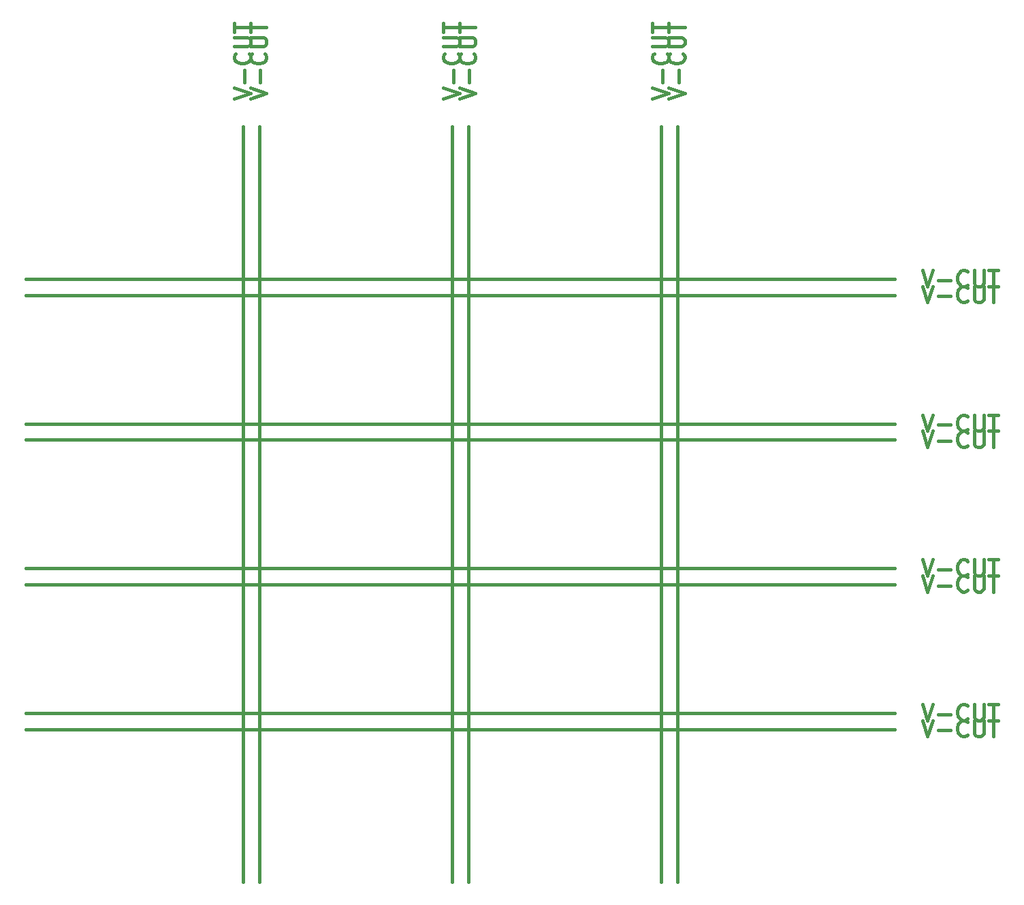
<source format=gbr>
G04 #@! TF.GenerationSoftware,KiCad,Pcbnew,(5.1.8)-1*
G04 #@! TF.CreationDate,2021-11-11T20:38:59+08:00*
G04 #@! TF.ProjectId,vibro-cloth-panelized,76696272-6f2d-4636-9c6f-74682d70616e,rev?*
G04 #@! TF.SameCoordinates,Original*
G04 #@! TF.FileFunction,Other,Comment*
%FSLAX46Y46*%
G04 Gerber Fmt 4.6, Leading zero omitted, Abs format (unit mm)*
G04 Created by KiCad (PCBNEW (5.1.8)-1) date 2021-11-11 20:38:59*
%MOMM*%
%LPD*%
G01*
G04 APERTURE LIST*
%ADD10C,0.400000*%
G04 APERTURE END LIST*
D10*
X126904761Y-43548523D02*
X128904761Y-42881857D01*
X126904761Y-42215190D01*
X128142857Y-41548523D02*
X128142857Y-40024714D01*
X128714285Y-37929476D02*
X128809523Y-38024714D01*
X128904761Y-38310428D01*
X128904761Y-38500904D01*
X128809523Y-38786619D01*
X128619047Y-38977095D01*
X128428571Y-39072333D01*
X128047619Y-39167571D01*
X127761904Y-39167571D01*
X127380952Y-39072333D01*
X127190476Y-38977095D01*
X127000000Y-38786619D01*
X126904761Y-38500904D01*
X126904761Y-38310428D01*
X127000000Y-38024714D01*
X127095238Y-37929476D01*
X126904761Y-37072333D02*
X128523809Y-37072333D01*
X128714285Y-36977095D01*
X128809523Y-36881857D01*
X128904761Y-36691380D01*
X128904761Y-36310428D01*
X128809523Y-36119952D01*
X128714285Y-36024714D01*
X128523809Y-35929476D01*
X126904761Y-35929476D01*
X126904761Y-35262809D02*
X126904761Y-34119952D01*
X128904761Y-34691380D02*
X126904761Y-34691380D01*
X128000000Y-46999000D02*
X128000000Y-141001036D01*
X124904761Y-43548523D02*
X126904761Y-42881857D01*
X124904761Y-42215190D01*
X126142857Y-41548523D02*
X126142857Y-40024714D01*
X126714285Y-37929476D02*
X126809523Y-38024714D01*
X126904761Y-38310428D01*
X126904761Y-38500904D01*
X126809523Y-38786619D01*
X126619047Y-38977095D01*
X126428571Y-39072333D01*
X126047619Y-39167571D01*
X125761904Y-39167571D01*
X125380952Y-39072333D01*
X125190476Y-38977095D01*
X125000000Y-38786619D01*
X124904761Y-38500904D01*
X124904761Y-38310428D01*
X125000000Y-38024714D01*
X125095238Y-37929476D01*
X124904761Y-37072333D02*
X126523809Y-37072333D01*
X126714285Y-36977095D01*
X126809523Y-36881857D01*
X126904761Y-36691380D01*
X126904761Y-36310428D01*
X126809523Y-36119952D01*
X126714285Y-36024714D01*
X126523809Y-35929476D01*
X124904761Y-35929476D01*
X124904761Y-35262809D02*
X124904761Y-34119952D01*
X126904761Y-34691380D02*
X124904761Y-34691380D01*
X126000000Y-46999000D02*
X126000000Y-141001036D01*
X98904761Y-43548523D02*
X100904761Y-42881857D01*
X98904761Y-42215190D01*
X100142857Y-41548523D02*
X100142857Y-40024714D01*
X100714285Y-37929476D02*
X100809523Y-38024714D01*
X100904761Y-38310428D01*
X100904761Y-38500904D01*
X100809523Y-38786619D01*
X100619047Y-38977095D01*
X100428571Y-39072333D01*
X100047619Y-39167571D01*
X99761904Y-39167571D01*
X99380952Y-39072333D01*
X99190476Y-38977095D01*
X99000000Y-38786619D01*
X98904761Y-38500904D01*
X98904761Y-38310428D01*
X99000000Y-38024714D01*
X99095238Y-37929476D01*
X98904761Y-37072333D02*
X100523809Y-37072333D01*
X100714285Y-36977095D01*
X100809523Y-36881857D01*
X100904761Y-36691380D01*
X100904761Y-36310428D01*
X100809523Y-36119952D01*
X100714285Y-36024714D01*
X100523809Y-35929476D01*
X98904761Y-35929476D01*
X98904761Y-35262809D02*
X98904761Y-34119952D01*
X100904761Y-34691380D02*
X98904761Y-34691380D01*
X100000000Y-46999000D02*
X100000000Y-141001036D01*
X100904761Y-43548523D02*
X102904761Y-42881857D01*
X100904761Y-42215190D01*
X102142857Y-41548523D02*
X102142857Y-40024714D01*
X102714285Y-37929476D02*
X102809523Y-38024714D01*
X102904761Y-38310428D01*
X102904761Y-38500904D01*
X102809523Y-38786619D01*
X102619047Y-38977095D01*
X102428571Y-39072333D01*
X102047619Y-39167571D01*
X101761904Y-39167571D01*
X101380952Y-39072333D01*
X101190476Y-38977095D01*
X101000000Y-38786619D01*
X100904761Y-38500904D01*
X100904761Y-38310428D01*
X101000000Y-38024714D01*
X101095238Y-37929476D01*
X100904761Y-37072333D02*
X102523809Y-37072333D01*
X102714285Y-36977095D01*
X102809523Y-36881857D01*
X102904761Y-36691380D01*
X102904761Y-36310428D01*
X102809523Y-36119952D01*
X102714285Y-36024714D01*
X102523809Y-35929476D01*
X100904761Y-35929476D01*
X100904761Y-35262809D02*
X100904761Y-34119952D01*
X102904761Y-34691380D02*
X100904761Y-34691380D01*
X102000000Y-46999000D02*
X102000000Y-141001036D01*
X74904761Y-43548523D02*
X76904761Y-42881857D01*
X74904761Y-42215190D01*
X76142857Y-41548523D02*
X76142857Y-40024714D01*
X76714285Y-37929476D02*
X76809523Y-38024714D01*
X76904761Y-38310428D01*
X76904761Y-38500904D01*
X76809523Y-38786619D01*
X76619047Y-38977095D01*
X76428571Y-39072333D01*
X76047619Y-39167571D01*
X75761904Y-39167571D01*
X75380952Y-39072333D01*
X75190476Y-38977095D01*
X75000000Y-38786619D01*
X74904761Y-38500904D01*
X74904761Y-38310428D01*
X75000000Y-38024714D01*
X75095238Y-37929476D01*
X74904761Y-37072333D02*
X76523809Y-37072333D01*
X76714285Y-36977095D01*
X76809523Y-36881857D01*
X76904761Y-36691380D01*
X76904761Y-36310428D01*
X76809523Y-36119952D01*
X76714285Y-36024714D01*
X76523809Y-35929476D01*
X74904761Y-35929476D01*
X74904761Y-35262809D02*
X74904761Y-34119952D01*
X76904761Y-34691380D02*
X74904761Y-34691380D01*
X76000000Y-46999000D02*
X76000000Y-141001036D01*
X72904761Y-43548523D02*
X74904761Y-42881857D01*
X72904761Y-42215190D01*
X74142857Y-41548523D02*
X74142857Y-40024714D01*
X74714285Y-37929476D02*
X74809523Y-38024714D01*
X74904761Y-38310428D01*
X74904761Y-38500904D01*
X74809523Y-38786619D01*
X74619047Y-38977095D01*
X74428571Y-39072333D01*
X74047619Y-39167571D01*
X73761904Y-39167571D01*
X73380952Y-39072333D01*
X73190476Y-38977095D01*
X73000000Y-38786619D01*
X72904761Y-38500904D01*
X72904761Y-38310428D01*
X73000000Y-38024714D01*
X73095238Y-37929476D01*
X72904761Y-37072333D02*
X74523809Y-37072333D01*
X74714285Y-36977095D01*
X74809523Y-36881857D01*
X74904761Y-36691380D01*
X74904761Y-36310428D01*
X74809523Y-36119952D01*
X74714285Y-36024714D01*
X74523809Y-35929476D01*
X72904761Y-35929476D01*
X72904761Y-35262809D02*
X72904761Y-34119952D01*
X74904761Y-34691380D02*
X72904761Y-34691380D01*
X74000000Y-46999000D02*
X74000000Y-141001036D01*
X158451503Y-120904761D02*
X159118169Y-122904761D01*
X159784836Y-120904761D01*
X160451503Y-122142857D02*
X161975312Y-122142857D01*
X164070550Y-122714285D02*
X163975312Y-122809523D01*
X163689598Y-122904761D01*
X163499122Y-122904761D01*
X163213407Y-122809523D01*
X163022931Y-122619047D01*
X162927693Y-122428571D01*
X162832455Y-122047619D01*
X162832455Y-121761904D01*
X162927693Y-121380952D01*
X163022931Y-121190476D01*
X163213407Y-121000000D01*
X163499122Y-120904761D01*
X163689598Y-120904761D01*
X163975312Y-121000000D01*
X164070550Y-121095238D01*
X164927693Y-120904761D02*
X164927693Y-122523809D01*
X165022931Y-122714285D01*
X165118169Y-122809523D01*
X165308646Y-122904761D01*
X165689598Y-122904761D01*
X165880074Y-122809523D01*
X165975312Y-122714285D01*
X166070550Y-122523809D01*
X166070550Y-120904761D01*
X166737217Y-120904761D02*
X167880074Y-120904761D01*
X167308646Y-122904761D02*
X167308646Y-120904761D01*
X46999000Y-122000000D02*
X155001027Y-122000000D01*
X158451503Y-118904761D02*
X159118169Y-120904761D01*
X159784836Y-118904761D01*
X160451503Y-120142857D02*
X161975312Y-120142857D01*
X164070550Y-120714285D02*
X163975312Y-120809523D01*
X163689598Y-120904761D01*
X163499122Y-120904761D01*
X163213407Y-120809523D01*
X163022931Y-120619047D01*
X162927693Y-120428571D01*
X162832455Y-120047619D01*
X162832455Y-119761904D01*
X162927693Y-119380952D01*
X163022931Y-119190476D01*
X163213407Y-119000000D01*
X163499122Y-118904761D01*
X163689598Y-118904761D01*
X163975312Y-119000000D01*
X164070550Y-119095238D01*
X164927693Y-118904761D02*
X164927693Y-120523809D01*
X165022931Y-120714285D01*
X165118169Y-120809523D01*
X165308646Y-120904761D01*
X165689598Y-120904761D01*
X165880074Y-120809523D01*
X165975312Y-120714285D01*
X166070550Y-120523809D01*
X166070550Y-118904761D01*
X166737217Y-118904761D02*
X167880074Y-118904761D01*
X167308646Y-120904761D02*
X167308646Y-118904761D01*
X46999000Y-120000000D02*
X155001027Y-120000000D01*
X158451503Y-102904761D02*
X159118169Y-104904761D01*
X159784836Y-102904761D01*
X160451503Y-104142857D02*
X161975312Y-104142857D01*
X164070550Y-104714285D02*
X163975312Y-104809523D01*
X163689598Y-104904761D01*
X163499122Y-104904761D01*
X163213407Y-104809523D01*
X163022931Y-104619047D01*
X162927693Y-104428571D01*
X162832455Y-104047619D01*
X162832455Y-103761904D01*
X162927693Y-103380952D01*
X163022931Y-103190476D01*
X163213407Y-103000000D01*
X163499122Y-102904761D01*
X163689598Y-102904761D01*
X163975312Y-103000000D01*
X164070550Y-103095238D01*
X164927693Y-102904761D02*
X164927693Y-104523809D01*
X165022931Y-104714285D01*
X165118169Y-104809523D01*
X165308646Y-104904761D01*
X165689598Y-104904761D01*
X165880074Y-104809523D01*
X165975312Y-104714285D01*
X166070550Y-104523809D01*
X166070550Y-102904761D01*
X166737217Y-102904761D02*
X167880074Y-102904761D01*
X167308646Y-104904761D02*
X167308646Y-102904761D01*
X46999000Y-104000000D02*
X155001027Y-104000000D01*
X158451503Y-82904761D02*
X159118169Y-84904761D01*
X159784836Y-82904761D01*
X160451503Y-84142857D02*
X161975312Y-84142857D01*
X164070550Y-84714285D02*
X163975312Y-84809523D01*
X163689598Y-84904761D01*
X163499122Y-84904761D01*
X163213407Y-84809523D01*
X163022931Y-84619047D01*
X162927693Y-84428571D01*
X162832455Y-84047619D01*
X162832455Y-83761904D01*
X162927693Y-83380952D01*
X163022931Y-83190476D01*
X163213407Y-83000000D01*
X163499122Y-82904761D01*
X163689598Y-82904761D01*
X163975312Y-83000000D01*
X164070550Y-83095238D01*
X164927693Y-82904761D02*
X164927693Y-84523809D01*
X165022931Y-84714285D01*
X165118169Y-84809523D01*
X165308646Y-84904761D01*
X165689598Y-84904761D01*
X165880074Y-84809523D01*
X165975312Y-84714285D01*
X166070550Y-84523809D01*
X166070550Y-82904761D01*
X166737217Y-82904761D02*
X167880074Y-82904761D01*
X167308646Y-84904761D02*
X167308646Y-82904761D01*
X46999000Y-84000000D02*
X155001027Y-84000000D01*
X158451503Y-100904761D02*
X159118169Y-102904761D01*
X159784836Y-100904761D01*
X160451503Y-102142857D02*
X161975312Y-102142857D01*
X164070550Y-102714285D02*
X163975312Y-102809523D01*
X163689598Y-102904761D01*
X163499122Y-102904761D01*
X163213407Y-102809523D01*
X163022931Y-102619047D01*
X162927693Y-102428571D01*
X162832455Y-102047619D01*
X162832455Y-101761904D01*
X162927693Y-101380952D01*
X163022931Y-101190476D01*
X163213407Y-101000000D01*
X163499122Y-100904761D01*
X163689598Y-100904761D01*
X163975312Y-101000000D01*
X164070550Y-101095238D01*
X164927693Y-100904761D02*
X164927693Y-102523809D01*
X165022931Y-102714285D01*
X165118169Y-102809523D01*
X165308646Y-102904761D01*
X165689598Y-102904761D01*
X165880074Y-102809523D01*
X165975312Y-102714285D01*
X166070550Y-102523809D01*
X166070550Y-100904761D01*
X166737217Y-100904761D02*
X167880074Y-100904761D01*
X167308646Y-102904761D02*
X167308646Y-100904761D01*
X46999000Y-102000000D02*
X155001027Y-102000000D01*
X158451503Y-84904761D02*
X159118169Y-86904761D01*
X159784836Y-84904761D01*
X160451503Y-86142857D02*
X161975312Y-86142857D01*
X164070550Y-86714285D02*
X163975312Y-86809523D01*
X163689598Y-86904761D01*
X163499122Y-86904761D01*
X163213407Y-86809523D01*
X163022931Y-86619047D01*
X162927693Y-86428571D01*
X162832455Y-86047619D01*
X162832455Y-85761904D01*
X162927693Y-85380952D01*
X163022931Y-85190476D01*
X163213407Y-85000000D01*
X163499122Y-84904761D01*
X163689598Y-84904761D01*
X163975312Y-85000000D01*
X164070550Y-85095238D01*
X164927693Y-84904761D02*
X164927693Y-86523809D01*
X165022931Y-86714285D01*
X165118169Y-86809523D01*
X165308646Y-86904761D01*
X165689598Y-86904761D01*
X165880074Y-86809523D01*
X165975312Y-86714285D01*
X166070550Y-86523809D01*
X166070550Y-84904761D01*
X166737217Y-84904761D02*
X167880074Y-84904761D01*
X167308646Y-86904761D02*
X167308646Y-84904761D01*
X46999000Y-86000000D02*
X155001027Y-86000000D01*
X158451503Y-66904761D02*
X159118169Y-68904761D01*
X159784836Y-66904761D01*
X160451503Y-68142857D02*
X161975312Y-68142857D01*
X164070550Y-68714285D02*
X163975312Y-68809523D01*
X163689598Y-68904761D01*
X163499122Y-68904761D01*
X163213407Y-68809523D01*
X163022931Y-68619047D01*
X162927693Y-68428571D01*
X162832455Y-68047619D01*
X162832455Y-67761904D01*
X162927693Y-67380952D01*
X163022931Y-67190476D01*
X163213407Y-67000000D01*
X163499122Y-66904761D01*
X163689598Y-66904761D01*
X163975312Y-67000000D01*
X164070550Y-67095238D01*
X164927693Y-66904761D02*
X164927693Y-68523809D01*
X165022931Y-68714285D01*
X165118169Y-68809523D01*
X165308646Y-68904761D01*
X165689598Y-68904761D01*
X165880074Y-68809523D01*
X165975312Y-68714285D01*
X166070550Y-68523809D01*
X166070550Y-66904761D01*
X166737217Y-66904761D02*
X167880074Y-66904761D01*
X167308646Y-68904761D02*
X167308646Y-66904761D01*
X46999000Y-68000000D02*
X155001027Y-68000000D01*
X158451503Y-64904761D02*
X159118169Y-66904761D01*
X159784836Y-64904761D01*
X160451503Y-66142857D02*
X161975312Y-66142857D01*
X164070550Y-66714285D02*
X163975312Y-66809523D01*
X163689598Y-66904761D01*
X163499122Y-66904761D01*
X163213407Y-66809523D01*
X163022931Y-66619047D01*
X162927693Y-66428571D01*
X162832455Y-66047619D01*
X162832455Y-65761904D01*
X162927693Y-65380952D01*
X163022931Y-65190476D01*
X163213407Y-65000000D01*
X163499122Y-64904761D01*
X163689598Y-64904761D01*
X163975312Y-65000000D01*
X164070550Y-65095238D01*
X164927693Y-64904761D02*
X164927693Y-66523809D01*
X165022931Y-66714285D01*
X165118169Y-66809523D01*
X165308646Y-66904761D01*
X165689598Y-66904761D01*
X165880074Y-66809523D01*
X165975312Y-66714285D01*
X166070550Y-66523809D01*
X166070550Y-64904761D01*
X166737217Y-64904761D02*
X167880074Y-64904761D01*
X167308646Y-66904761D02*
X167308646Y-64904761D01*
X46999000Y-66000000D02*
X155001027Y-66000000D01*
M02*

</source>
